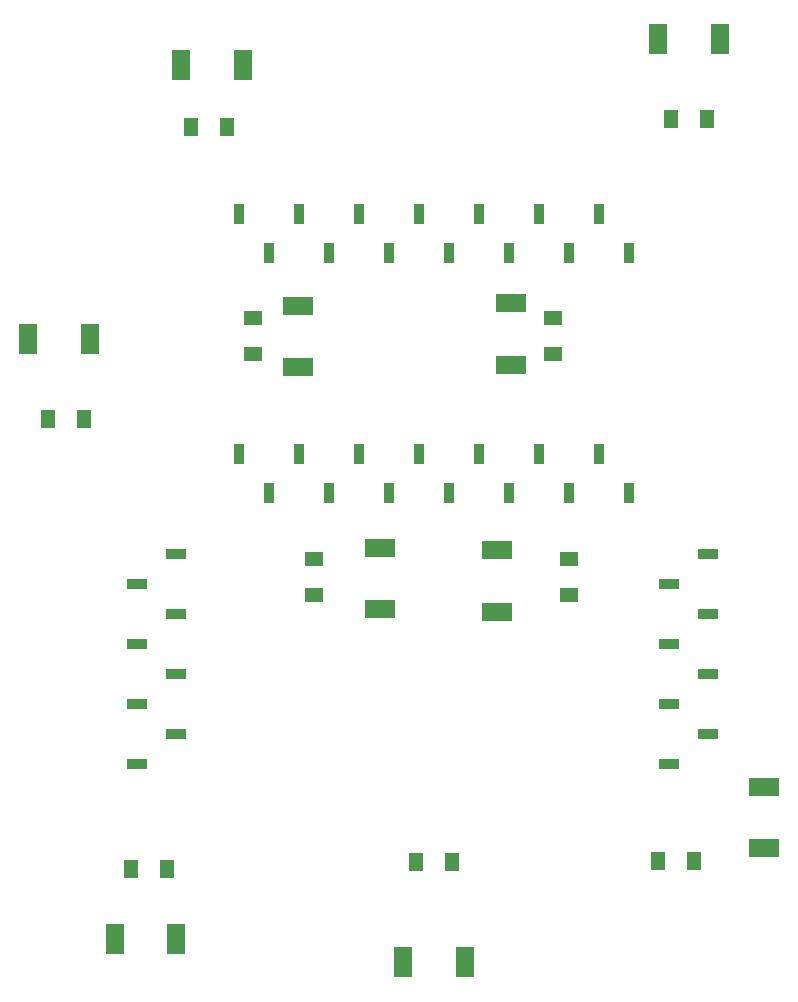
<source format=gbp>
G04 #@! TF.GenerationSoftware,KiCad,Pcbnew,(5.0.0)*
G04 #@! TF.CreationDate,2019-03-05T23:07:52-06:00*
G04 #@! TF.ProjectId,001,3030312E6B696361645F706362000000,rev?*
G04 #@! TF.SameCoordinates,Original*
G04 #@! TF.FileFunction,Paste,Bot*
G04 #@! TF.FilePolarity,Positive*
%FSLAX46Y46*%
G04 Gerber Fmt 4.6, Leading zero omitted, Abs format (unit mm)*
G04 Created by KiCad (PCBNEW (5.0.0)) date 03/05/19 23:07:52*
%MOMM*%
%LPD*%
G01*
G04 APERTURE LIST*
%ADD10R,1.647600X1.242600*%
%ADD11R,2.647600X1.547600*%
%ADD12R,1.547600X2.647600*%
%ADD13R,1.747600X0.847600*%
%ADD14R,1.242600X1.647600*%
%ADD15R,0.847600X1.747600*%
G04 APERTURE END LIST*
D10*
G04 #@! TO.C,R5*
X125680000Y-82132500D03*
X125680000Y-79097500D03*
G04 #@! TD*
G04 #@! TO.C,R1*
X130810000Y-99447500D03*
X130810000Y-102482500D03*
G04 #@! TD*
D11*
G04 #@! TO.C,D1*
X136390757Y-98532191D03*
X136390757Y-103732191D03*
G04 #@! TD*
D12*
G04 #@! TO.C,D2*
X106620000Y-80848200D03*
X111820000Y-80848200D03*
G04 #@! TD*
G04 #@! TO.C,D3*
X119599400Y-57683400D03*
X124799400Y-57683400D03*
G04 #@! TD*
D11*
G04 #@! TO.C,D4*
X147491723Y-77807809D03*
X147491723Y-83007809D03*
G04 #@! TD*
G04 #@! TO.C,D5*
X129490000Y-83215000D03*
X129490000Y-78015000D03*
G04 #@! TD*
D12*
G04 #@! TO.C,D6*
X165185400Y-55448200D03*
X159985400Y-55448200D03*
G04 #@! TD*
D11*
G04 #@! TO.C,D7*
X168884600Y-118735800D03*
X168884600Y-123935800D03*
G04 #@! TD*
D12*
G04 #@! TO.C,D8*
X138395400Y-133629400D03*
X143595400Y-133629400D03*
G04 #@! TD*
D13*
G04 #@! TO.C,J1*
X115825000Y-116840000D03*
X115825000Y-111760000D03*
X115825000Y-106680000D03*
X115825000Y-101600000D03*
X119125000Y-114300000D03*
X119125000Y-109220000D03*
X119125000Y-104140000D03*
X119125000Y-99060000D03*
G04 #@! TD*
G04 #@! TO.C,J2*
X164210000Y-99060000D03*
X164210000Y-104140000D03*
X164210000Y-109220000D03*
X164210000Y-114300000D03*
X160910000Y-101600000D03*
X160910000Y-106680000D03*
X160910000Y-111760000D03*
X160910000Y-116840000D03*
G04 #@! TD*
D14*
G04 #@! TO.C,R2*
X108337500Y-87630000D03*
X111372500Y-87630000D03*
G04 #@! TD*
G04 #@! TO.C,R3*
X120402500Y-62865000D03*
X123437500Y-62865000D03*
G04 #@! TD*
D10*
G04 #@! TO.C,R4*
X151080000Y-79097500D03*
X151080000Y-82132500D03*
G04 #@! TD*
D14*
G04 #@! TO.C,R6*
X164077500Y-62230000D03*
X161042500Y-62230000D03*
G04 #@! TD*
G04 #@! TO.C,R7*
X159975700Y-125018800D03*
X163010700Y-125018800D03*
G04 #@! TD*
G04 #@! TO.C,R8*
X139452500Y-125095000D03*
X142487500Y-125095000D03*
G04 #@! TD*
D15*
G04 #@! TO.C,U15*
X124440000Y-70280000D03*
X129520000Y-70280000D03*
X134600000Y-70280000D03*
X139680000Y-70280000D03*
X144760000Y-70280000D03*
X149840000Y-70280000D03*
X154920000Y-70280000D03*
X126980000Y-73580000D03*
X132060000Y-73580000D03*
X137140000Y-73580000D03*
X142220000Y-73580000D03*
X147300000Y-73580000D03*
X152380000Y-73580000D03*
X157460000Y-73580000D03*
X147300000Y-93900000D03*
X152380000Y-93900000D03*
X157460000Y-93900000D03*
X137140000Y-93900000D03*
X142220000Y-93900000D03*
X124440000Y-90600000D03*
X139680000Y-90600000D03*
X144760000Y-90600000D03*
X149840000Y-90600000D03*
X154920000Y-90600000D03*
X126980000Y-93900000D03*
X132060000Y-93900000D03*
X129520000Y-90600000D03*
X134600000Y-90600000D03*
G04 #@! TD*
D11*
G04 #@! TO.C,D9*
X146304999Y-103925000D03*
X146304999Y-98725000D03*
G04 #@! TD*
D12*
G04 #@! TO.C,D10*
X119135200Y-131622800D03*
X113935200Y-131622800D03*
G04 #@! TD*
D10*
G04 #@! TO.C,R9*
X152400000Y-99447500D03*
X152400000Y-102482500D03*
G04 #@! TD*
D14*
G04 #@! TO.C,R10*
X115322500Y-125730000D03*
X118357500Y-125730000D03*
G04 #@! TD*
M02*

</source>
